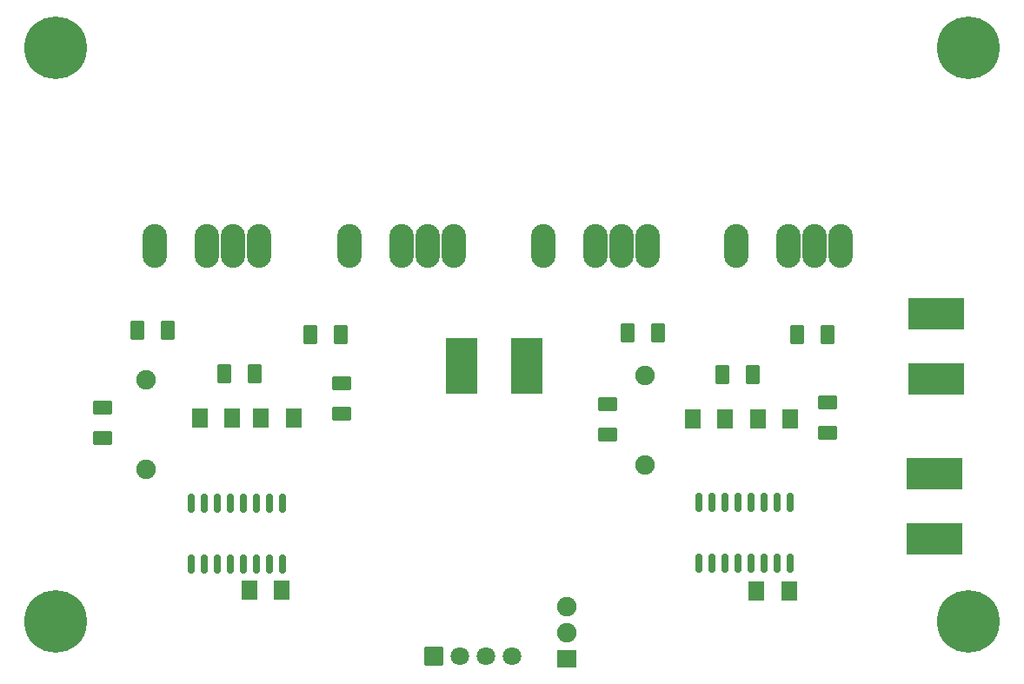
<source format=gts>
G04 Layer: TopSolderMaskLayer*
G04 EasyEDA v6.5.23, 2023-05-04 17:13:00*
G04 607db096b8b445a3a5bfbfc94cd9f4cc,a707f60854a14c978b55351e1b3b8125,10*
G04 Gerber Generator version 0.2*
G04 Scale: 100 percent, Rotated: No, Reflected: No *
G04 Dimensions in millimeters *
G04 leading zeros omitted , absolute positions ,4 integer and 5 decimal *
%FSLAX45Y45*%
%MOMM*%

%AMMACRO1*1,1,$1,$2,$3*1,1,$1,$4,$5*1,1,$1,0-$2,0-$3*1,1,$1,0-$4,0-$5*20,1,$1,$2,$3,$4,$5,0*20,1,$1,$4,$5,0-$2,0-$3,0*20,1,$1,0-$2,0-$3,0-$4,0-$5,0*20,1,$1,0-$4,0-$5,$2,$3,0*4,1,4,$2,$3,$4,$5,0-$2,0-$3,0-$4,0-$5,$2,$3,0*%
%ADD10O,2.3622X4.2672*%
%ADD11MACRO1,0.1016X-0.7425X-0.864X-0.7425X0.864*%
%ADD12MACRO1,0.1016X0.7425X-0.864X0.7425X0.864*%
%ADD13MACRO1,0.1016X0.7425X0.864X0.7425X-0.864*%
%ADD14MACRO1,0.1016X-0.7425X0.864X-0.7425X-0.864*%
%ADD15C,1.9016*%
%ADD16MACRO1,0.1016X-0.85X0.85X0.85X0.85*%
%ADD17C,1.8016*%
%ADD18MACRO1,0.1016X-0.9X-0.7874X-0.9X0.7874*%
%ADD19MACRO1,0.1016X0.8505X-0.6038X-0.8505X-0.6038*%
%ADD20MACRO1,0.1016X0.8505X0.6038X-0.8505X0.6038*%
%ADD21MACRO1,0.1016X0.6038X0.8505X0.6038X-0.8505*%
%ADD22MACRO1,0.1016X-0.6038X0.8505X-0.6038X-0.8505*%
%ADD23MACRO1,0.1016X-0.6038X-0.8505X-0.6038X0.8505*%
%ADD24MACRO1,0.1016X0.6038X-0.8505X0.6038X0.8505*%
%ADD25O,0.7015988X1.9015963999999999*%
%ADD26MACRO1,0.1016X2.7X-1.5005X-2.7X-1.5005*%
%ADD27MACRO1,0.1016X-1.5005X-2.7X-1.5005X2.7*%
%ADD28C,6.1016*%

%LPD*%
D10*
G01*
X1981200Y101600D03*
G01*
X2235200Y101600D03*
G01*
X2489200Y101600D03*
G01*
X1473200Y101600D03*
G01*
X5765800Y101600D03*
G01*
X6019800Y101600D03*
G01*
X6273800Y101600D03*
G01*
X5257800Y101600D03*
G01*
X7645400Y101600D03*
G01*
X7899400Y101600D03*
G01*
X8153400Y101600D03*
G01*
X7137400Y101600D03*
D11*
G01*
X7652250Y-3263900D03*
D12*
G01*
X7333749Y-3263900D03*
D13*
G01*
X2507749Y-1574800D03*
D14*
G01*
X2826250Y-1574800D03*
D11*
G01*
X2229350Y-1574800D03*
D12*
G01*
X1910849Y-1574800D03*
D11*
G01*
X7029950Y-1587500D03*
D12*
G01*
X6711449Y-1587500D03*
D13*
G01*
X7346449Y-1587500D03*
D14*
G01*
X7664950Y-1587500D03*
D13*
G01*
X2393449Y-3251200D03*
D14*
G01*
X2711950Y-3251200D03*
D15*
G01*
X1384300Y-1203299D03*
G01*
X1384300Y-2073300D03*
G01*
X6248400Y-1165199D03*
G01*
X6248400Y-2035200D03*
D16*
G01*
X4191000Y-3898900D03*
D17*
G01*
X4445000Y-3898900D03*
G01*
X4699000Y-3898900D03*
G01*
X4953000Y-3898900D03*
D15*
G01*
X5486400Y-3416300D03*
G01*
X5486400Y-3670300D03*
D18*
G01*
X5486400Y-3924300D03*
D19*
G01*
X3289300Y-1236423D03*
D20*
G01*
X3289300Y-1532176D03*
D19*
G01*
X965200Y-1477723D03*
D20*
G01*
X965200Y-1773476D03*
D21*
G01*
X1299923Y-723900D03*
D22*
G01*
X1595676Y-723900D03*
D23*
G01*
X3284776Y-762000D03*
D24*
G01*
X2989023Y-762000D03*
D23*
G01*
X8021876Y-762000D03*
D24*
G01*
X7726123Y-762000D03*
D21*
G01*
X6075123Y-749300D03*
D22*
G01*
X6370876Y-749300D03*
D19*
G01*
X5880100Y-1439623D03*
D20*
G01*
X5880100Y-1735376D03*
D19*
G01*
X8026400Y-1426923D03*
D20*
G01*
X8026400Y-1722676D03*
D25*
G01*
X2717800Y-2407920D03*
G01*
X2590800Y-2407920D03*
G01*
X2463800Y-2407920D03*
G01*
X2336800Y-2407920D03*
G01*
X2209800Y-2407920D03*
G01*
X2082800Y-2407920D03*
G01*
X1955800Y-2407920D03*
G01*
X1828800Y-2407920D03*
G01*
X2717800Y-3002279D03*
G01*
X2590800Y-3002279D03*
G01*
X2463800Y-3002279D03*
G01*
X2336800Y-3002279D03*
G01*
X2209800Y-3002279D03*
G01*
X2082800Y-3002279D03*
G01*
X1955800Y-3002279D03*
G01*
X1828800Y-3002279D03*
G01*
X7658100Y-2395220D03*
G01*
X7531100Y-2395220D03*
G01*
X7404100Y-2395220D03*
G01*
X7277100Y-2395220D03*
G01*
X7150100Y-2395220D03*
G01*
X7023100Y-2395220D03*
G01*
X6896100Y-2395220D03*
G01*
X6769100Y-2395220D03*
G01*
X7658100Y-2989579D03*
G01*
X7531100Y-2989579D03*
G01*
X7404100Y-2989579D03*
G01*
X7277100Y-2989579D03*
G01*
X7150100Y-2989579D03*
G01*
X7023100Y-2989579D03*
G01*
X6896100Y-2989579D03*
G01*
X6769100Y-2989579D03*
D10*
G01*
X3873500Y101600D03*
G01*
X4127500Y101600D03*
G01*
X4381500Y101600D03*
G01*
X3365500Y101600D03*
D26*
G01*
X9080500Y-558812D03*
G01*
X9080500Y-1193812D03*
G01*
X9067800Y-2120912D03*
G01*
X9067800Y-2755912D03*
D27*
G01*
X5092687Y-1066800D03*
G01*
X4457687Y-1066800D03*
D23*
G01*
X2446576Y-1143000D03*
D24*
G01*
X2150823Y-1143000D03*
D23*
G01*
X7297976Y-1155700D03*
D24*
G01*
X7002223Y-1155700D03*
D28*
G01*
X9398000Y-3556000D03*
G01*
X9398000Y2032000D03*
G01*
X508000Y2032000D03*
G01*
X508000Y-3556000D03*
M02*

</source>
